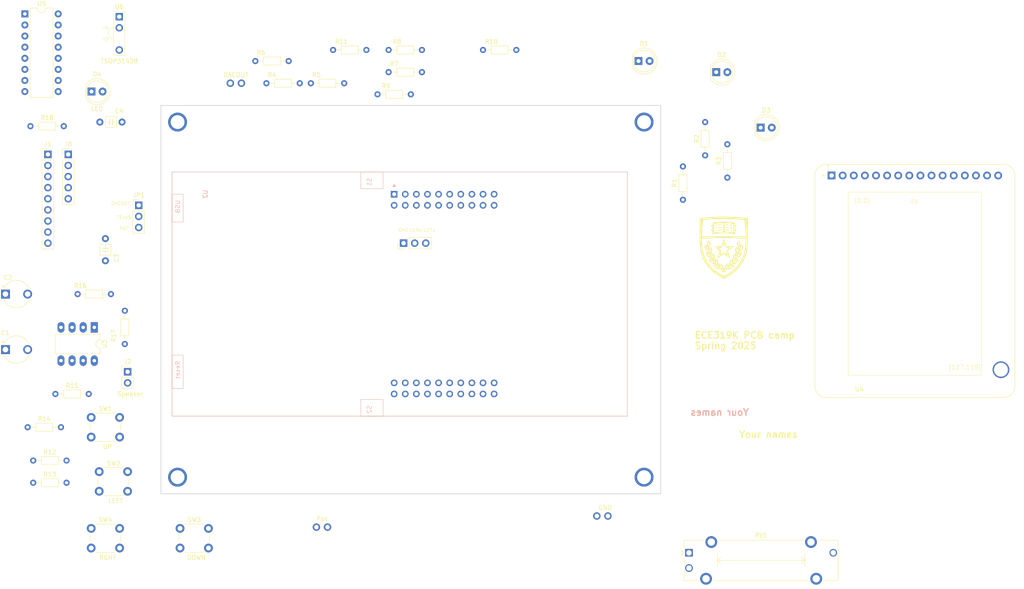
<source format=kicad_pcb>
(kicad_pcb (version 20241229) (generator "pcbnew") (generator_version "9.0")
  (title_block (title "ECE 319K Baseline Project Spring 2025") (date "2025-02-24") (rev "v1.0.1") (company "The University of Texas at Austin"))
  (layers (0 "F.Cu" signal) (2 "B.Cu" signal) (13 "F.Paste" user) (15 "B.Paste" user) (5 "F.SilkS" user "F.Silkscreen") (7 "B.SilkS" user "B.Silkscreen") (1 "F.Mask" user) (3 "B.Mask" user) (25 "Edge.Cuts" user))
  (net 0 "")
  (net 1 "GND")
  (net 2 "+3V3")
  (net 3 "PB9")
  (net 4 "PB15")
  (net 5 "PB8")
  (net 6 "PB7")
  (net 7 "PB6")
  (net 8 "PA13")
  (net 9 "+5V")
  (net 10 "Net-(U3-FC1)")
  (net 11 "Net-(U3-FC2)")
  (net 12 "DACOUT")
  (net 13 "Net-(C3-Pad2)")
  (net 14 "Net-(U6-Gnd)")
  (net 15 "PA25")
  (net 16 "Net-(D1-A)")
  (net 17 "PA8")
  (net 18 "PA26")
  (net 19 "PB24")
  (net 20 "PA27")
  (net 21 "PB2")
  (net 22 "PB3")
  (net 24 "PB12")
  (net 25 "PB17")
  (net 26 "PB0")
  (net 27 "PB16")
  (net 28 "PB19")
  (net 29 "PA22")
  (net 30 "PB18")
  (net 31 "PA18")
  (net 32 "PA24")
  (net 33 "PA17")
  (net 34 "PA16")
  (net 35 "PA15")
  (net 36 "PB4")
  (net 37 "PB1")
  (net 38 "PA28")
  (net 39 "PA31")
  (net 40 "PB20")
  (net 41 "PB13")
  (net 42 "PA10")
  (net 43 "Net-(D2-A)")
  (net 44 "Net-(D3-A)")
  (net 45 "Net-(D4-K)")
  (net 46 "PB23")
  (net 47 "Net-(D4-A)")
  (net 48 "PA11")
  (net 49 "PA12")
  (net 57 "Net-(U3-VO2)")
  (net 58 "Net-(U3-VO1)")
  (net 59 "Net-(R7-Pad1)")
  (net 60 "Net-(U3-VIN)")
  (net 61 "Net-(U4-LED+)")
  (footprint "ECE319K:R_Axial_DIN0204_L3.6mm_D1.6mm_P7.62mm_Horizontal" (layer "F.Cu") (at 90.17 25.4)
    (property "Reference" "R11" (at 1.905 -1.92 0) (layer "F.SilkS"))
    (property "Value" "12k")
    (pad "1" thru_hole circle (at 0 0) (size 1.4 1.4) (drill 0.7) (layers "*.Cu" "*.Mask") (net 12 "DACOUT"))
    (pad "2" thru_hole oval (at 7.62 0) (size 1.4 1.4) (drill 0.7) (layers "*.Cu" "*.Mask") (net 26 "PB0"))
  )
  (footprint "ECE319K:R_Axial_DIN0204_L3.6mm_D1.6mm_P7.62mm_Horizontal" (layer "F.Cu") (at 20.955 42.85)
    (property "Reference" "R18" (at 3.81 -1.92 0) (layer "F.SilkS"))
    (property "Value" "220")
    (pad "1" thru_hole circle (at 0 0) (size 1.4 1.4) (drill 0.7) (layers "*.Cu" "*.Mask") (net 9 "+5V"))
    (pad "2" thru_hole oval (at 7.62 0) (size 1.4 1.4) (drill 0.7) (layers "*.Cu" "*.Mask") (net 47 "Net-(D4-A)"))
  )
  (footprint "ECE319K:Testpoint_1x02_P2.54mm" (layer "F.Cu") (at 86.36 134.62 90)
    (property "Reference" "J4")
    (property "Value" "Pot" (at 1.905 1.275 0) (layer "F.SilkS"))
    (pad "1" thru_hole circle (at 0 0 90) (size 1.7 1.7) (drill 1) (layers "*.Cu" "*.Mask") (net 30 "PB18"))
    (pad "2" thru_hole oval (at 0 2.54 90) (size 1.7 1.7) (drill 1) (layers "*.Cu" "*.Mask") (net 30 "PB18"))
  )
  (footprint "ECE319K:R_Axial_DIN0204_L3.6mm_D1.6mm_P7.62mm_Horizontal" (layer "F.Cu") (at 74.93 33.02)
    (property "Reference" "R4" (at 1.27 -1.92 0) (layer "F.SilkS"))
    (property "Value" "1.5k")
    (pad "1" thru_hole circle (at 0 0) (size 1.4 1.4) (drill 0.7) (layers "*.Cu" "*.Mask") (net 12 "DACOUT"))
    (pad "2" thru_hole oval (at 7.62 0) (size 1.4 1.4) (drill 0.7) (layers "*.Cu" "*.Mask") (net 36 "PB4"))
  )
  (footprint "ECE319K:PinHeader_1x03_P2.54mm_Vertical" (layer "F.Cu") (at 106.295 69.625 90)
    (property "Reference" "J3" (hide yes))
    (property "Value" "UART1")
    (pad "1" thru_hole rect (at 0 0 90) (size 1.7 1.7) (drill 1) (layers "*.Cu" "*.Mask") (net 1 "GND"))
    (pad "2" thru_hole oval (at 0 2.54 90) (size 1.7 1.7) (drill 1) (layers "*.Cu" "*.Mask") (net 17 "PA8"))
    (pad "3" thru_hole oval (at 0 5.08 90) (size 1.7 1.7) (drill 1) (layers "*.Cu" "*.Mask") (net 29 "PA22"))
  )
  (footprint "LOGO" (layer "F.Cu") (at 180.34 71.12)
    (property "Reference" "G***" (hide yes))
    (property "Value" "LOGO" (hide yes))
  )
  (footprint "ECE319K:R_Axial_DIN0204_L3.6mm_D1.6mm_P7.62mm_Horizontal" (layer "F.Cu") (at 72.39 27.94)
    (property "Reference" "R6" (at 1.27 -1.905 0) (layer "F.SilkS"))
    (property "Value" "1.5k")
    (pad "1" thru_hole circle (at 0 0) (size 1.4 1.4) (drill 0.7) (layers "*.Cu" "*.Mask") (net 12 "DACOUT"))
    (pad "2" thru_hole oval (at 7.62 0) (size 1.4 1.4) (drill 0.7) (layers "*.Cu" "*.Mask") (net 22 "PB3"))
  )
  (footprint "ECE319K:DIP-8_W7.62mm_LongPads" (layer "F.Cu") (at 35.56 88.9 -90)
    (property "Reference" "U3" (at 3.81 -2.33 90) (layer "F.SilkS"))
    (property "Value" "MCP34119P")
    (pad "1" thru_hole rect (at 0 0 270) (size 2.4 1.6) (drill 0.8) (layers "*.Cu" "*.Mask"))
    (pad "2" thru_hole oval (at 0 2.54 270) (size 2.4 1.6) (drill 0.8) (layers "*.Cu" "*.Mask") (net 11 "Net-(U3-FC2)"))
    (pad "3" thru_hole oval (at 0 5.08 270) (size 2.4 1.6) (drill 0.8) (layers "*.Cu" "*.Mask") (net 10 "Net-(U3-FC1)"))
    (pad "4" thru_hole oval (at 0 7.62 270) (size 2.4 1.6) (drill 0.8) (layers "*.Cu" "*.Mask") (net 60 "Net-(U3-VIN)"))
    (pad "5" thru_hole oval (at 7.62 7.62 270) (size 2.4 1.6) (drill 0.8) (layers "*.Cu" "*.Mask") (net 58 "Net-(U3-VO1)"))
    (pad "6" thru_hole oval (at 7.62 5.08 270) (size 2.4 1.6) (drill 0.8) (layers "*.Cu" "*.Mask") (net 9 "+5V"))
    (pad "7" thru_hole oval (at 7.62 2.54 270) (size 2.4 1.6) (drill 0.8) (layers "*.Cu" "*.Mask") (net 1 "GND"))
    (pad "8" thru_hole oval (at 7.62 0 270) (size 2.4 1.6) (drill 0.8) (layers "*.Cu" "*.Mask") (net 57 "Net-(U3-VO2)"))
  )
  (footprint "ECE319K:R_Axial_DIN0204_L3.6mm_D1.6mm_P7.62mm_Horizontal" (layer "F.Cu") (at 42.545 92.71 90)
    (property "Reference" "R17" (at 1.905 -2.54 90) (layer "F.SilkS"))
    (property "Value" "10k")
    (pad "1" thru_hole circle (at 0 0 90) (size 1.4 1.4) (drill 0.7) (layers "*.Cu" "*.Mask") (net 60 "Net-(U3-VIN)"))
    (pad "2" thru_hole oval (at 7.62 0 90) (size 1.4 1.4) (drill 0.7) (layers "*.Cu" "*.Mask") (net 13 "Net-(C3-Pad2)"))
  )
  (footprint "ECE319K:SW_PUSH_6mm" (layer "F.Cu") (at 36.68 121.92)
    (property "Reference" "SW2" (at 3.325 -1.905 0) (layer "F.SilkS"))
    (property "Value" "LEFT" (at 3.75 6.7 0) (layer "F.SilkS"))
    (pad "1" thru_hole circle (at 0 0 90) (size 2 2) (drill 1.1) (layers "*.Cu" "*.Mask") (net 46 "PB23"))
    (pad "1" thru_hole circle (at 6.5 0 90) (size 2 2) (drill 1.1) (layers "*.Cu" "*.Mask") (net 46 "PB23"))
    (pad "2" thru_hole circle (at 0 4.5 90) (size 2 2) (drill 1.1) (layers "*.Cu" "*.Mask") (net 2 "+3V3"))
    (pad "2" thru_hole circle (at 6.5 4.5 90) (size 2 2) (drill 1.1) (layers "*.Cu" "*.Mask") (net 2 "+3V3"))
  )
  (footprint "ECE319K:SW_PUSH_6mm" (layer "F.Cu") (at 34.85 109.51)
    (property "Reference" "SW1" (at 3.25 -2 0) (layer "F.SilkS"))
    (property "Value" "UP" (at 3.75 6.7 0) (layer "F.SilkS"))
    (pad "1" thru_hole circle (at 0 0 90) (size 2 2) (drill 1.1) (layers "*.Cu" "*.Mask") (net 19 "PB24"))
    (pad "1" thru_hole circle (at 6.5 0 90) (size 2 2) (drill 1.1) (layers "*.Cu" "*.Mask") (net 19 "PB24"))
    (pad "2" thru_hole circle (at 0 4.5 90) (size 2 2) (drill 1.1) (layers "*.Cu" "*.Mask") (net 2 "+3V3"))
    (pad "2" thru_hole circle (at 6.5 4.5 90) (size 2 2) (drill 1.1) (layers "*.Cu" "*.Mask") (net 2 "+3V3"))
  )
  (footprint "ECE319K:PTA2043pot" (layer "F.Cu") (at 171.565 140.49)
    (property "Reference" "RV1" (at 16.5 -4 0) (layer "F.SilkS"))
    (property "Value" "PTA2043")
    (pad "" np_thru_hole circle (at 3.9 5.95) (size 2.7 2.7) (drill 1.7) (layers "*.Cu" "*.Mask"))
    (pad "" np_thru_hole circle (at 5.1 -2.45) (size 2.7 2.7) (drill 1.7) (layers "*.Cu" "*.Mask"))
    (pad "" np_thru_hole circle (at 27.9 -2.45) (size 2.7 2.7) (drill 1.7) (layers "*.Cu" "*.Mask"))
    (pad "" np_thru_hole circle (at 29.1 5.95) (size 2.7 2.7) (drill 1.7) (layers "*.Cu" "*.Mask"))
    (pad "1" thru_hole rect (at 0 0) (size 1.75 1.75) (drill 1.2) (layers "*.Cu" "*.Mask") (net 1 "GND"))
    (pad "2" thru_hole circle (at 0 3.5) (size 1.75 1.75) (drill 1.2) (layers "*.Cu" "*.Mask") (net 30 "PB18"))
    (pad "3" thru_hole circle (at 33 0) (size 1.75 1.75) (drill 1.2) (layers "*.Cu" "*.Mask") (net 2 "+3V3"))
  )
  (footprint "ECE319K:R_Axial_DIN0204_L3.6mm_D1.6mm_P7.62mm_Horizontal" (layer "F.Cu") (at 124.46 25.4)
    (property "Reference" "R10" (at 1.89 -1.905 0) (layer "F.SilkS"))
    (property "Value" "12k")
    (pad "1" thru_hole circle (at 0 0) (size 1.4 1.4) (drill 0.7) (layers "*.Cu" "*.Mask") (net 12 "DACOUT"))
    (pad "2" thru_hole oval (at 7.62 0) (size 1.4 1.4) (drill 0.7) (layers "*.Cu" "*.Mask") (net 37 "PB1"))
  )
  (footprint "Connector_PinHeader_2.54mm:PinHeader_1x05_P2.54mm_Vertical" (layer "F.Cu") (at 29.6 49.305)
    (property "Reference" "J8" (at 0 -2.33 0) (layer "F.SilkS"))
    (property "Value" "Conn_01x05_Pin")
    (pad "1" thru_hole rect (at 0 0) (size 1.7 1.7) (drill 1) (layers "*.Cu" "*.Mask"))
    (pad "2" thru_hole oval (at 0 2.54) (size 1.7 1.7) (drill 1) (layers "*.Cu" "*.Mask"))
    (pad "3" thru_hole oval (at 0 5.08) (size 1.7 1.7) (drill 1) (layers "*.Cu" "*.Mask"))
    (pad "4" thru_hole oval (at 0 7.62) (size 1.7 1.7) (drill 1) (layers "*.Cu" "*.Mask"))
    (pad "5" thru_hole oval (at 0 10.16) (size 1.7 1.7) (drill 1) (layers "*.Cu" "*.Mask") (net 1 "GND"))
  )
  (footprint "ECE319K:R_Axial_DIN0204_L3.6mm_D1.6mm_P7.62mm_Horizontal" (layer "F.Cu") (at 170.18 59.69 90)
    (property "Reference" "R1" (at 3.81 -1.92 90) (layer "F.SilkS"))
    (property "Value" "470")
    (pad "1" thru_hole circle (at 0 0 90) (size 1.4 1.4) (drill 0.7) (layers "*.Cu" "*.Mask") (net 38 "PA28"))
    (pad "2" thru_hole oval (at 7.62 0 90) (size 1.4 1.4) (drill 0.7) (layers "*.Cu" "*.Mask") (net 16 "Net-(D1-A)"))
  )
  (footprint "ECE319K:Testpoint_1x02_P2.54mm" (layer "F.Cu") (at 66.67 33.02 90)
    (property "Reference" "J7")
    (property "Value" "DACOUT" (at 1.905 1.275 0) (layer "F.SilkS"))
    (pad "1" thru_hole circle (at 0 0 90) (size 1.7 1.7) (drill 1) (layers "*.Cu" "*.Mask") (net 12 "DACOUT"))
    (pad "2" thru_hole oval (at 0 2.54 90) (size 1.7 1.7) (drill 1) (layers "*.Cu" "*.Mask") (net 12 "DACOUT"))
  )
  (footprint "ECE319K:TSOP31438" (layer "F.Cu") (at 41.275 17.78)
    (property "Reference" "U6" (at 0 -2.33 0) (layer "F.SilkS"))
    (property "Value" "TSOP31438" (at 0 10.16 0) (layer "F.SilkS"))
    (pad "1" thru_hole rect (at 0 0) (size 1.7 1.7) (drill 1) (layers "*.Cu" "*.Mask") (net 14 "Net-(U6-Gnd)"))
    (pad "2" thru_hole oval (at 0 2.54) (size 1.7 1.7) (drill 1) (layers "*.Cu" "*.Mask") (net 2 "+3V3"))
    (pad "3" thru_hole oval (at 0 7.62) (size 1.7 1.7) (drill 1) (layers "*.Cu" "*.Mask") (net 29 "PA22"))
  )
  (footprint "ECE319K:C_Axial_200mil" (layer "F.Cu") (at 36.83 41.91)
    (property "Reference" "C4" (at 4.445 -2.54 0) (layer "F.SilkS"))
    (property "Value" "0.1uF")
    (pad "1" thru_hole circle (at 0 0) (size 1.6 1.6) (drill 0.8) (layers "*.Cu" "*.Mask") (net 2 "+3V3"))
    (pad "2" thru_hole oval (at 5.08 0) (size 1.6 1.6) (drill 0.8) (layers "*.Cu" "*.Mask") (net 14 "Net-(U6-Gnd)"))
  )
  (footprint "ECE319H:DIP-16_W7.62mm" (layer "F.Cu") (at 19.685 17.145)
    (property "Reference" "U5" (at 3.81 -2.33 0) (layer "F.SilkS"))
    (property "Value" "ULN2003B")
    (pad "1" thru_hole rect (at 0 0) (size 1.6 1.6) (drill 0.8) (layers "*.Cu" "*.Mask") (net 17 "PA8"))
    (pad "2" thru_hole oval (at 0 2.54) (size 1.6 1.6) (drill 0.8) (layers "*.Cu" "*.Mask"))
    (pad "3" thru_hole oval (at 0 5.08) (size 1.6 1.6) (drill 0.8) (layers "*.Cu" "*.Mask"))
    (pad "4" thru_hole oval (at 0 7.62) (size 1.6 1.6) (drill 0.8) (layers "*.Cu" "*.Mask"))
    (pad "5" thru_hole oval (at 0 10.16) (size 1.6 1.6) (drill 0.8) (layers "*.Cu" "*.Mask"))
    (pad "6" thru_hole oval (at 0 12.7) (size 1.6 1.6) (drill 0.8) (layers "*.Cu" "*.Mask"))
    (pad "7" thru_hole oval (at 0 15.24) (size 1.6 1.6) (drill 0.8) (layers "*.Cu" "*.Mask"))
    (pad "8" thru_hole oval (at 0 17.78) (size 1.6 1.6) (drill 0.8) (layers "*.Cu" "*.Mask") (net 1 "GND"))
    (pad "9" thru_hole oval (at 7.62 17.78) (size 1.6 1.6) (drill 0.8) (layers "*.Cu" "*.Mask"))
    (pad "10" thru_hole oval (at 7.62 15.24) (size 1.6 1.6) (drill 0.8) (layers "*.Cu" "*.Mask"))
    (pad "11" thru_hole oval (at 7.62 12.7) (size 1.6 1.6) (drill 0.8) (layers "*.Cu" "*.Mask"))
    (pad "12" thru_hole oval (at 7.62 10.16) (size 1.6 1.6) (drill 0.8) (layers "*.Cu" "*.Mask"))
    (pad "13" thru_hole oval (at 7.62 7.62) (size 1.6 1.6) (drill 0.8) (layers "*.Cu" "*.Mask"))
    (pad "14" thru_hole oval (at 7.62 5.08) (size 1.6 1.6) (drill 0.8) (layers "*.Cu" "*.Mask"))
    (pad "15" thru_hole oval (at 7.62 2.54) (size 1.6 1.6) (drill 0.8) (layers "*.Cu" "*.Mask"))
    (pad "16" thru_hole oval (at 7.62 0) (size 1.6 1.6) (drill 0.8) (layers "*.Cu" "*.Mask") (net 45 "Net-(D4-K)"))
  )
  (footprint "Connector_PinHeader_2.54mm:PinHeader_1x09_P2.54mm_Vertical" (layer "F.Cu") (at 24.95 49.305)
    (property "Reference" "J1" (at 0 -2.33 0) (layer "F.SilkS"))
    (property "Value" "Conn_01x09_Pin")
    (pad "1" thru_hole rect (at 0 0) (size 1.7 1.7) (drill 1) (layers "*.Cu" "*.Mask") (net 2 "+3V3"))
    (pad "2" thru_hole oval (at 0 2.54) (size 1.7 1.7) (drill 1) (layers "*.Cu" "*.Mask"))
    (pad "3" thru_hole oval (at 0 5.08) (size 1.7 1.7) (drill 1) (layers "*.Cu" "*.Mask") (net 1 "GND"))
    (pad "4" thru_hole oval (at 0 7.62) (size 1.7 1.7) (drill 1) (layers "*.Cu" "*.Mask") (net 33 "PA17"))
    (pad "5" thru_hole oval (at 0 10.16) (size 1.7 1.7) (drill 1) (layers "*.Cu" "*.Mask") (net 31 "PA18"))
    (pad "6" thru_hole oval (at 0 12.7) (size 1.7 1.7) (drill 1) (layers "*.Cu" "*.Mask") (net 1 "GND"))
    (pad "7" thru_hole oval (at 0 15.24) (size 1.7 1.7) (drill 1) (layers "*.Cu" "*.Mask"))
    (pad "8" thru_hole oval (at 0 17.78) (size 1.7 1.7) (drill 1) (layers "*.Cu" "*.Mask") (net 27 "PB16"))
    (pad "9" thru_hole oval (at 0 20.32) (size 1.7 1.7) (drill 1) (layers "*.Cu" "*.Mask") (net 4 "PB15"))
  )
  (footprint "ECE319K:R_Axial_DIN0204_L3.6mm_D1.6mm_P7.62mm_Horizontal" (layer "F.Cu") (at 102.87 25.4)
    (property "Reference" "R8" (at 1.905 -1.905 0) (layer "F.SilkS"))
    (property "Value" "1.5k")
    (pad "1" thru_hole circle (at 0 0) (size 1.4 1.4) (drill 0.7) (layers "*.Cu" "*.Mask") (net 12 "DACOUT"))
    (pad "2" thru_hole oval (at 7.62 0) (size 1.4 1.4) (drill 0.7) (layers "*.Cu" "*.Mask") (net 59 "Net-(R7-Pad1)"))
  )
  (footprint "ECE319K:C_Axial_200mil" (layer "F.Cu") (at 38.1 68.58 -90)
    (property "Reference" "C3" (at 4.445 -2.54 90) (layer "F.SilkS"))
    (property "Value" "0.1uF")
    (pad "1" thru_hole circle (at 0 0 270) (size 1.6 1.6) (drill 0.8) (layers "*.Cu" "*.Mask") (net 12 "DACOUT"))
    (pad "2" thru_hole oval (at 5.08 0 270) (size 1.6 1.6) (drill 0.8) (layers "*.Cu" "*.Mask") (net 13 "Net-(C3-Pad2)"))
  )
  (footprint "ECE319K:MountingHole_4_40" (layer "F.Cu") (at 161.29 41.91)
    (property "Reference" "H2")
    (property "Value" "~")
    (pad "1" thru_hole circle (at 0 0) (size 4.318 4.318) (drill 3.175) (layers "*.Cu" "*.Mask"))
  )
  (footprint "ECE319K:MountingHole_4_40" (layer "F.Cu") (at 161.29 123.19)
    (property "Reference" "H4")
    (property "Value" "~")
    (pad "1" thru_hole circle (at 0 0) (size 4.318 4.318) (drill 3.175) (layers "*.Cu" "*.Mask"))
  )
  (footprint "ECE319K:MountingHole_4_40" (layer "F.Cu") (at 54.61 41.91)
    (property "Reference" "H1")
    (property "Value" "~")
    (pad "1" thru_hole circle (at 0 0) (size 4.318 4.318) (drill 3.175) (layers "*.Cu" "*.Mask"))
  )
  (footprint "ECE319K:R_Axial_DIN0204_L3.6mm_D1.6mm_P7.62mm_Horizontal" (layer "F.Cu") (at 29.21 119.38 180)
    (property "Reference" "R12" (at 3.81 1.905 0) (layer "F.SilkS"))
    (property "Value" "10k")
    (pad "1" thru_hole circle (at 0 0 180) (size 1.4 1.4) (drill 0.7) (layers "*.Cu" "*.Mask") (net 19 "PB24"))
    (pad "2" thru_hole oval (at 7.62 0 180) (size 1.4 1.4) (drill 0.7) (layers "*.Cu" "*.Mask") (net 1 "GND"))
  )
  (footprint "ECE319K:hiletgo_st7735r" (layer "F.Cu") (at 223.225001 78.270526)
    (property "Reference" "U4" (at -12.7 24.765 0) (layer "F.SilkS"))
    (property "Value" "HiLetGo_ST7735R")
    (fp_text user "(127,159)" (at 7.62 20.32 0) (layer "F.SilkS") (effects (font (thickness 0.1)) (justify left bottom)))
    (fp_text user "(0,0)" (at -13.97 -17.78 0) (layer "F.SilkS") (effects (font (thickness 0.1)) (justify left bottom)))
    (fp_text user "Up" (at -1.27 -17.78 0) (layer "F.SilkS") (effects (font (thickness 0.1)) (justify left bottom)))
    (fp_text user "1" (at -20.32 -25.4 0) (layer "F.SilkS") (effects (font (thickness 0.1)) (justify left bottom)))
    (pad "" np_thru_hole circle (at 19.685 20.32 90) (size 3.81 3.81) (drill 3.175) (layers "*.Cu" "*.Mask"))
    (pad "1" thru_hole rect (at -19.05 -24.13 90) (size 1.778 1.778) (drill 1.016) (layers "*.Cu" "*.Mask") (net 1 "GND"))
    (pad "2" thru_hole circle (at -16.51 -24.13 90) (size 1.778 1.778) (drill 1.016) (layers "*.Cu" "*.Mask") (net 61 "Net-(U4-LED+)"))
    (pad "3" thru_hole circle (at -13.97 -24.13 90) (size 1.778 1.778) (drill 1.016) (layers "*.Cu" "*.Mask"))
    (pad "4" thru_hole circle (at -11.43 -24.13 90) (size 1.778 1.778) (drill 1.016) (layers "*.Cu" "*.Mask"))
    (pad "5" thru_hole circle (at -8.89 -24.13 90) (size 1.778 1.778) (drill 1.016) (layers "*.Cu" "*.Mask"))
    (pad "6" thru_hole circle (at -6.35 -24.13 90) (size 1.778 1.778) (drill 1.016) (layers "*.Cu" "*.Mask") (net 41 "PB13"))
    (pad "7" thru_hole circle (at -3.81 -24.13 90) (size 1.778 1.778) (drill 1.016) (layers "*.Cu" "*.Mask") (net 8 "PA13"))
    (pad "8" thru_hole circle (at -1.27 -24.13 90) (size 1.778 1.778) (drill 1.016) (layers "*.Cu" "*.Mask") (net 5 "PB8"))
    (pad "9" thru_hole circle (at 1.27 -24.13 90) (size 1.778 1.778) (drill 1.016) (layers "*.Cu" "*.Mask") (net 3 "PB9"))
    (pad "10" thru_hole circle (at 3.81 -24.13 90) (size 1.778 1.778) (drill 1.016) (layers "*.Cu" "*.Mask") (net 7 "PB6"))
    (pad "11" thru_hole circle (at 6.35 -24.13 90) (size 1.778 1.778) (drill 1.016) (layers "*.Cu" "*.Mask") (net 3 "PB9"))
    (pad "12" thru_hole circle (at 8.89 -24.13 90) (size 1.778 1.778) (drill 1.016) (layers "*.Cu" "*.Mask") (net 6 "PB7"))
    (pad "13" thru_hole circle (at 11.43 -24.13 90) (size 1.778 1.778) (drill 1.016) (layers "*.Cu" "*.Mask") (net 5 "PB8"))
    (pad "14" thru_hole circle (at 13.97 -24.13 90) (size 1.778 1.778) (drill 1.016) (layers "*.Cu" "*.Mask") (net 49 "PA12"))
    (pad "15" thru_hole circle (at 16.51 -24.13 90) (size 1.778 1.778) (drill 1.016) (layers "*.Cu" "*.Mask") (net 61 "Net-(U4-LED+)"))
    (pad "16" thru_hole circle (at 19.05 -24.13 90) (size 1.778 1.778) (drill 1.016) (layers "*.Cu" "*.Mask") (net 1 "GND"))
  )
  (footprint "ECE319K:MountingHole_4_40" (layer "F.Cu") (at 54.61 123.19)
    (property "Reference" "H3")
    (property "Value" "~")
    (pad "1" thru_hole circle (at 0 0) (size 4.318 4.318) (drill 3.175) (layers "*.Cu" "*.Mask"))
  )
  (footprint "ECE319K:CP_Radial_Tantal200mil" (layer "F.Cu") (at 15.24 81.28)
    (property "Reference" "C2" (at 0.595 -3.81 0) (layer "F.SilkS"))
    (property "Value" "4.7uF")
    (pad "1" thru_hole rect (at 0 0) (size 2.032 2.032) (drill 1.27) (layers "*.Cu" "*.Mask") (net 11 "Net-(U3-FC2)"))
    (pad "2" thru_hole circle (at 5.08 0) (size 2.032 2.032) (drill 1.27) (layers "*.Cu" "*.Mask") (net 1 "GND"))
  )
  (footprint "ECE319K:Testpoint_1x02_P2.54mm" (layer "F.Cu") (at 150.49 132.08 90)
    (property "Reference" "J6")
    (property "Value" "GND" (at 1.905 1.91 0) (layer "F.SilkS"))
    (pad "1" thru_hole circle (at 0 0 90) (size 1.7 1.7) (drill 1) (layers "*.Cu" "*.Mask") (net 1 "GND"))
    (pad "2" thru_hole oval (at 0 2.54 90) (size 1.7 1.7) (drill 1) (layers "*.Cu" "*.Mask") (net 1 "GND"))
  )
  (footprint "ECE319K:LED_D5.0mm" (layer "F.Cu") (at 187.96 43.18)
    (property "Reference" "D3" (at 1.27 -3.96 0) (layer "F.SilkS"))
    (property "Value" "LED")
    (pad "1" thru_hole rect (at 0 0) (size 1.8 1.8) (drill 0.9) (layers "*.Cu" "*.Mask") (net 1 "GND"))
    (pad "2" thru_hole circle (at 2.54 0) (size 1.8 1.8) (drill 0.9) (layers "*.Cu" "*.Mask") (net 44 "Net-(D3-A)"))
  )
  (footprint "ECE319K:CP_Radial_Tantal200mil" (layer "F.Cu") (at 15.24 93.98)
    (property "Reference" "C1" (at 0 -3.81 0) (layer "F.SilkS"))
    (property "Value" "1uF")
    (pad "1" thru_hole rect (at 0 0) (size 2.032 2.032) (drill 1.27) (layers "*.Cu" "*.Mask") (net 10 "Net-(U3-FC1)"))
    (pad "2" thru_hole circle (at 5.08 0) (size 2.032 2.032) (drill 1.27) (layers "*.Cu" "*.Mask") (net 1 "GND"))
  )
  (footprint "ECE319K:LED_D5.0mm" (layer "F.Cu") (at 34.92 34.925)
    (property "Reference" "D4" (at 1.27 -3.96 0) (layer "F.SilkS"))
    (property "Value" "LED" (at 1.27 3.96 0) (layer "F.SilkS"))
    (pad "1" thru_hole rect (at 0 0) (size 1.8 1.8) (drill 0.9) (layers "*.Cu" "*.Mask") (net 45 "Net-(D4-K)"))
    (pad "2" thru_hole circle (at 2.54 0) (size 1.8 1.8) (drill 0.9) (layers "*.Cu" "*.Mask") (net 47 "Net-(D4-A)"))
  )
  (footprint "ECE319K:SW_PUSH_6mm" (layer "F.Cu") (at 34.85 134.91)
    (property "Reference" "SW4" (at 3.25 -2 0) (layer "F.SilkS"))
    (property "Value" "RGHT" (at 3.75 6.7 0) (layer "F.SilkS"))
    (pad "1" thru_hole circle (at 0 0 90) (size 2 2) (drill 1.1) (layers "*.Cu" "*.Mask") (net 35 "PA15"))
    (pad "1" thru_hole circle (at 6.5 0 90) (size 2 2) (drill 1.1) (layers "*.Cu" "*.Mask") (net 35 "PA15"))
    (pad "2" thru_hole circle (at 0 4.5 90) (size 2 2) (drill 1.1) (layers "*.Cu" "*.Mask") (net 2 "+3V3"))
    (pad "2" thru_hole circle (at 6.5 4.5 90) (size 2 2) (drill 1.1) (layers "*.Cu" "*.Mask") (net 2 "+3V3"))
  )
  (footprint "ECE319K:R_Axial_DIN0204_L3.6mm_D1.6mm_P7.62mm_Horizontal" (layer "F.Cu") (at 180.34 54.61 90)
    (property "Reference" "R3" (at 3.81 -1.92 90) (layer "F.SilkS"))
    (property "Value" "470")
    (pad "1" thru_hole circle (at 0 0 90) (size 1.4 1.4) (drill 0.7) (layers "*.Cu" "*.Mask") (net 18 "PA26"))
    (pad "2" thru_hole oval (at 7.62 0 90) (size 1.4 1.4) (drill 0.7) (layers "*.Cu" "*.Mask") (net 44 "Net-(D3-A)"))
  )
  (footprint "ECE319K:R_Axial_DIN0204_L3.6mm_D1.6mm_P7.62mm_Horizontal" (layer "F.Cu") (at 29.21 124.46 180)
    (property "Reference" "R13" (at 3.81 1.905 0) (layer "F.SilkS"))
    (property "Value" "10k")
    (pad "1" thru_hole circle (at 0 0 180) (size 1.4 1.4) (drill 0.7) (layers "*.Cu" "*.Mask") (net 46 "PB23"))
    (pad "2" thru_hole oval (at 7.62 0 180) (size 1.4 1.4) (drill 0.7) (layers "*.Cu" "*.Mask") (net 1 "GND"))
  )
  (footprint "ECE319K:R_Axial_DIN0204_L3.6mm_D1.6mm_P7.62mm_Horizontal" (layer "F.Cu") (at 175.26 49.53 90)
    (property "Reference" "R2" (at 3.81 -1.92 90) (layer "F.SilkS"))
    (property "Value" "470")
    (pad "1" thru_hole circle (at 0 0 90) (size 1.4 1.4) (drill 0.7) (layers "*.Cu" "*.Mask") (net 20 "PA27"))
    (pad "2" thru_hole oval (at 7.62 0 90) (size 1.4 1.4) (drill 0.7) (layers "*.Cu" "*.Mask") (net 43 "Net-(D2-A)"))
  )
  (footprint "ECE319K:R_Axial_DIN0204_L3.6mm_D1.6mm_P7.62mm_Horizontal" (layer "F.Cu") (at 31.75 81.28)
    (property "Reference" "R16" (at 0.635 -1.92 0) (layer "F.SilkS"))
    (property "Value" "20k")
    (pad "1" thru_hole circle (at 0 0) (size 1.4 1.4) (drill 0.7) (layers "*.Cu" "*.Mask") (net 58 "Net-(U3-VO1)"))
    (pad "2" thru_hole oval (at 7.62 0) (size 1.4 1.4) (drill 0.7) (layers "*.Cu" "*.Mask") (net 60 "Net-(U3-VIN)"))
  )
  (footprint "ECE319K:R_Axial_DIN0204_L3.6mm_D1.6mm_P7.62mm_Horizontal" (layer "F.Cu") (at 34.29 104.14 180)
    (property "Reference" "R15" (at 3.81 1.905 0) (layer "F.SilkS"))
    (property "Value" "10k")
    (pad "1" thru_hole circle (at 0 0 180) (size 1.4 1.4) (drill 0.7) (layers "*.Cu" "*.Mask") (net 35 "PA15"))
    (pad "2" thru_hole oval (at 7.62 0 180) (size 1.4 1.4) (drill 0.7) (layers "*.Cu" "*.Mask") (net 1 "GND"))
  )
  (footprint "ECE319K:R_Axial_DIN0204_L3.6mm_D1.6mm_P7.62mm_Horizontal" (layer "F.Cu") (at 100.33 35.56)
    (property "Reference" "R9" (at 1.905 -1.92 0) (layer "F.SilkS"))
    (property "Value" "12k")
    (pad "1" thru_hole circle (at 0 0) (size 1.4 1.4) (drill 0.7) (layers "*.Cu" "*.Mask") (net 12 "DACOUT"))
    (pad "2" thru_hole oval (at 7.62 0) (size 1.4 1.4) (drill 0.7) (layers "*.Cu" "*.Mask") (net 37 "PB1"))
  )
  (footprint "ECE319K:R_Axial_DIN0204_L3.6mm_D1.6mm_P7.62mm_Horizontal" (layer "F.Cu") (at 27.94 111.76 180)
    (property "Reference" "R14" (at 3.81 1.905 0) (layer "F.SilkS"))
    (property "Value" "10k")
    (pad "1" thru_hole circle (at 0 0 180) (size 1.4 1.4) (drill 0.7) (layers "*.Cu" "*.Mask") (net 34 "PA16"))
    (pad "2" thru_hole oval (at 7.62 0 180) (size 1.4 1.4) (drill 0.7) (layers "*.Cu" "*.Mask") (net 1 "GND"))
  )
  (footprint "ECE319K:SW_PUSH_6mm" (layer "F.Cu") (at 55.17 134.91)
    (property "Reference" "SW3" (at 3.25 -2 0) (layer "F.SilkS"))
    (property "Value" "DOWN" (at 3.75 6.7 0) (layer "F.SilkS"))
    (pad "1" thru_hole circle (at 0 0 90) (size 2 2) (drill 1.1) (layers "*.Cu" "*.Mask") (net 34 "PA16"))
    (pad "1" thru_hole circle (at 6.5 0 90) (size 2 2) (drill 1.1) (layers "*.Cu" "*.Mask") (net 34 "PA16"))
    (pad "2" thru_hole circle (at 0 4.5 90) (size 2 2) (drill 1.1) (layers "*.Cu" "*.Mask") (net 2 "+3V3"))
    (pad "2" thru_hole circle (at 6.5 4.5 90) (size 2 2) (drill 1.1) (layers "*.Cu" "*.Mask") (net 2 "+3V3"))
  )
  (footprint "ECE319K:R_Axial_DIN0204_L3.6mm_D1.6mm_P7.62mm_Horizontal" (layer "F.Cu") (at 85.09 33.02)
    (property "Reference" "R5" (at 1.27 -1.905 0) (layer "F.SilkS"))
    (property "Value" "1.5k")
    (pad "1" thru_hole circle (at 0 0) (size 1.4 1.4) (drill 0.7) (layers "*.Cu" "*.Mask") (net 12 "DACOUT"))
    (pad "2" thru_hole oval (at 7.62 0) (size 1.4 1.4) (drill 0.7) (layers "*.Cu" "*.Mask") (net 36 "PB4"))
  )
  (footprint "ECE319K:R_Axial_DIN0204_L3.6mm_D1.6mm_P7.62mm_Horizontal" (layer "F.Cu") (at 102.87 30.48)
    (property "Reference" "R7" (at 1.27 -1.905 0) (layer "F.SilkS"))
    (property "Value" "1.5k")
    (pad "1" thru_hole circle (at 0 0) (size 1.4 1.4) (drill 0.7) (layers "*.Cu" "*.Mask") (net 59 "Net-(R7-Pad1)"))
    (pad "2" thru_hole oval (at 7.62 0) (size 1.4 1.4) (drill 0.7) (layers "*.Cu" "*.Mask") (net 21 "PB2"))
  )
  (footprint "ECE319K:PinHeader_1x02_P2.54mm_Vertical" (layer "F.Cu") (at 43.18 99.06)
    (property "Reference" "J2" (at 0 -2.33 0) (layer "F.SilkS"))
    (property "Value" "Speaker" (at 0.635 5.08 0) (layer "F.SilkS"))
    (pad "1" thru_hole rect (at 0 0) (size 1.7 1.7) (drill 1) (layers "*.Cu" "*.Mask") (net 58 "Net-(U3-VO1)"))
    (pad "2" thru_hole oval (at 0 2.54) (size 1.7 1.7) (drill 1) (layers "*.Cu" "*.Mask") (net 57 "Net-(U3-VO2)"))
  )
  (footprint "ECE319K:LED_D5.0mm" (layer "F.Cu") (at 160.02 27.94)
    (property "Reference" "D1" (at 1.27 -3.96 0) (layer "F.SilkS"))
    (property "Value" "LED")
    (pad "1" thru_hole rect (at 0 0) (size 1.8 1.8) (drill 0.9) (layers "*.Cu" "*.Mask") (net 1 "GND"))
    (pad "2" thru_hole circle (at 2.54 0) (size 1.8 1.8) (drill 0.9) (layers "*.Cu" "*.Mask") (net 16 "Net-(D1-A)"))
  )
  (footprint "ECE319K:PinHeader_1x03_P2.54mm_Vertical" (layer "F.Cu") (at 45.72 60.96)
    (property "Reference" "JP1" (at 0 -2.33 0) (layer "F.SilkS"))
    (property "Value" "TExaS")
    (pad "1" thru_hole rect (at 0 0) (size 1.7 1.7) (drill 1) (layers "*.Cu" "*.Mask") (net 12 "DACOUT"))
    (pad "2" thru_hole oval (at 0 2.54) (size 1.7 1.7) (drill 1) (layers "*.Cu" "*.Mask") (net 40 "PB20"))
    (pad "3" thru_hole oval (at 0 5.08) (size 1.7 1.7) (drill 1) (layers "*.Cu" "*.Mask") (net 30 "PB18"))
  )
  (footprint "ECE319K:LED_D5.0mm" (layer "F.Cu") (at 177.8 30.48)
    (property "Reference" "D2" (at 1.27 -3.96 0) (layer "F.SilkS"))
    (property "Value" "LED")
    (pad "1" thru_hole rect (at 0 0) (size 1.8 1.8) (drill 0.9) (layers "*.Cu" "*.Mask") (net 1 "GND"))
    (pad "2" thru_hole circle (at 2.54 0) (size 1.8 1.8) (drill 0.9) (layers "*.Cu" "*.Mask") (net 43 "Net-(D2-A)"))
  )
  (footprint "ECE319K:ti_LP_MSPM0G3507" (layer "B.Cu") (at 106.68 81.28 -90)
    (property "Reference" "U2" (at -22.86 45.72 90) (layer "B.SilkS") (effects (justify mirror)))
    (property "Value" "LP-MSPM0G3507")
    (fp_text user "S1" (at -26.67 7.62 90) (layer "B.SilkS") (effects (font (thickness 0.1)) (justify left bottom mirror)))
    (fp_text user "USB" (at -21.59 51.435 90) (layer "B.SilkS") (effects (font (thickness 0.1)) (justify left bottom mirror)))
    (fp_text user "S2" (at 25.4 7.62 90) (layer "B.SilkS") (effects (font (thickness 0.1)) (justify left bottom mirror)))
    (fp_text user "Reset" (at 15.24 51.435 90) (layer "B.SilkS") (effects (font (thickness 0.1)) (justify left bottom mirror)))
    (pad "J1_1" thru_hole rect (at -22.86 2.54 270) (size 1.52 1.52) (drill 0.89) (layers "*.Cu" "*.Mask") (net 2 "+3V3"))
    (pad "J1_2" thru_hole circle (at -22.86 0 270) (size 1.52 1.52) (drill 0.89) (layers "*.Cu" "*.Mask") (net 15 "PA25"))
    (pad "J1_3" thru_hole circle (at -22.86 -2.54 270) (size 1.52 1.52) (drill 0.89) (layers "*.Cu" "*.Mask") (net 46 "PB23"))
    (pad "J1_4" thru_hole circle (at -22.86 -5.08 270) (size 1.52 1.52) (drill 0.89) (layers "*.Cu" "*.Mask") (net 17 "PA8"))
    (pad "J1_5" thru_hole circle (at -22.86 -7.62 270) (size 1.52 1.52) (drill 0.89) (layers "*.Cu" "*.Mask") (net 18 "PA26"))
    (pad "J1_6" thru_hole circle (at -22.86 -10.16 270) (size 1.52 1.52) (drill 0.89) (layers "*.Cu" "*.Mask") (net 19 "PB24"))
    (pad "J1_7" thru_hole circle (at -22.86 -12.7 270) (size 1.52 1.52) (drill 0.89) (layers "*.Cu" "*.Mask") (net 3 "PB9"))
    (pad "J1_8" thru_hole circle (at -22.86 -15.24 270) (size 1.52 1.52) (drill 0.89) (layers "*.Cu" "*.Mask") (net 20 "PA27"))
    (pad "J1_9" thru_hole circle (at -22.86 -17.78 270) (size 1.52 1.52) (drill 0.89) (layers "*.Cu" "*.Mask") (net 21 "PB2"))
    (pad "J1_10" thru_hole circle (at -22.86 -20.32 270) (size 1.52 1.52) (drill 0.89) (layers "*.Cu" "*.Mask") (net 22 "PB3"))
    (pad "J2_1" thru_hole circle (at 22.86 2.54 270) (size 1.52 1.52) (drill 0.89) (layers "*.Cu" "*.Mask") (net 1 "GND"))
    (pad "J2_2" thru_hole circle (at 22.86 0 270) (size 1.52 1.52) (drill 0.89) (layers "*.Cu" "*.Mask") (net 24 "PB12"))
    (pad "J2_3" thru_hole circle (at 22.86 -2.54 270) (size 1.52 1.52) (drill 0.89) (layers "*.Cu" "*.Mask") (net 25 "PB17"))
    (pad "J2_4" thru_hole circle (at 22.86 -5.08 270) (size 1.52 1.52) (drill 0.89) (layers "*.Cu" "*.Mask") (net 4 "PB15"))
    (pad "J2_5" thru_hole circle (at 22.86 -7.62 270) (size 1.52 1.52) (drill 0.89) (layers "*.Cu" "*.Mask"))
    (pad "J2_6" thru_hole circle (at 22.86 -10.16 270) (size 1.52 1.52) (drill 0.89) (layers "*.Cu" "*.Mask") (net 5 "PB8"))
    (pad "J2_7" thru_hole circle (at 22.86 -12.7 270) (size 1.52 1.52) (drill 0.89) (layers "*.Cu" "*.Mask") (net 6 "PB7"))
    (pad "J2_8" thru_hole circle (at 22.86 -15.24 270) (size 1.52 1.52) (drill 0.89) (layers "*.Cu" "*.Mask") (net 7 "PB6"))
    (pad "J2_9" thru_hole circle (at 22.86 -17.78 270) (size 1.52 1.52) (drill 0.89) (layers "*.Cu" "*.Mask") (net 26 "PB0"))
    (pad "J2_10" thru_hole circle (at 22.86 -20.32 270) (size 1.52 1.52) (drill 0.89) (layers "*.Cu" "*.Mask") (net 27 "PB16"))
    (pad "J3_1" thru_hole circle (at -20.32 2.54 270) (size 1.52 1.52) (drill 0.89) (layers "*.Cu" "*.Mask") (net 9 "+5V"))
    (pad "J3_2" thru_hole circle (at -20.32 0 270) (size 1.52 1.52) (drill 0.89) (layers "*.Cu" "*.Mask") (net 1 "GND"))
    (pad "J3_3" thru_hole circle (at -20.32 -2.54 270) (size 1.52 1.52) (drill 0.89) (layers "*.Cu" "*.Mask") (net 28 "PB19"))
    (pad "J3_4" thru_hole circle (at -20.32 -5.08 270) (size 1.52 1.52) (drill 0.89) (layers "*.Cu" "*.Mask") (net 29 "PA22"))
    (pad "J3_5" thru_hole circle (at -20.32 -7.62 270) (size 1.52 1.52) (drill 0.89) (layers "*.Cu" "*.Mask") (net 30 "PB18"))
    (pad "J3_6" thru_hole circle (at -20.32 -10.16 270) (size 1.52 1.52) (drill 0.89) (layers "*.Cu" "*.Mask") (net 31 "PA18"))
    (pad "J3_7" thru_hole circle (at -20.32 -12.7 270) (size 1.52 1.52) (drill 0.89) (layers "*.Cu" "*.Mask") (net 32 "PA24"))
    (pad "J3_8" thru_hole circle (at -20.32 -15.24 270) (size 1.52 1.52) (drill 0.89) (layers "*.Cu" "*.Mask") (net 33 "PA17"))
    (pad "J3_9" thru_hole circle (at -20.32 -17.78 270) (size 1.52 1.52) (drill 0.89) (layers "*.Cu" "*.Mask") (net 34 "PA16"))
    (pad "J3_10" thru_hole circle (at -20.32 -20.32 270) (size 1.52 1.52) (drill 0.89) (layers "*.Cu" "*.Mask") (net 35 "PA15"))
    (pad "J4_1" thru_hole circle (at 20.32 2.54 270) (size 1.52 1.52) (drill 0.89) (layers "*.Cu" "*.Mask") (net 36 "PB4"))
    (pad "J4_2" thru_hole circle (at 20.32 0 270) (size 1.52 1.52) (drill 0.89) (layers "*.Cu" "*.Mask") (net 37 "PB1"))
    (pad "J4_3" thru_hole circle (at 20.32 -2.54 270) (size 1.52 1.52) (drill 0.89) (layers "*.Cu" "*.Mask") (net 38 "PA28"))
    (pad "J4_4" thru_hole circle (at 20.32 -5.08 270) (size 1.52 1.52) (drill 0.89) (layers "*.Cu" "*.Mask") (net 39 "PA31"))
    (pad "J4_5" thru_hole circle (at 20.32 -7.62 270) (size 1.52 1.52) (drill 0.89) (layers "*.Cu" "*.Mask") (net 40 "PB20"))
    (pad "J4_6" thru_hole circle (at 20.32 -10.16 270) (size 1.52 1.52) (drill 0.89) (layers "*.Cu" "*.Mask") (net 41 "PB13"))
    (pad "J4_7" thru_hole circle (at 20.32 -12.7 270) (size 1.52 1.52) (drill 0.89) (layers "*.Cu" "*.Mask") (net 42 "PA10"))
    (pad "J4_8" thru_hole circle (at 20.32 -15.24 270) (size 1.52 1.52) (drill 0.89) (layers "*.Cu" "*.Mask") (net 48 "PA11"))
    (pad "J4_9" thru_hole circle (at 20.32 -17.78 270) (size 1.52 1.52) (drill 0.89) (layers "*.Cu" "*.Mask") (net 49 "PA12"))
    (pad "J4_10" thru_hole circle (at 20.32 -20.32 270) (size 1.52 1.52) (drill 0.89) (layers "*.Cu" "*.Mask") (net 8 "PA13"))
  )
  (gr_rect (start 50.8 38.1) (end 165.1 127) (stroke (width 0.15)) (fill no) (layer "Edge.Cuts"))
  (gr_text "U1Rx" (at 107.55 67.085 0) (layer "F.SilkS") (effects (font (size 0.762 0.762) (thickness 0.1016)) (justify left bottom)))
  (gr_text "GND" (at 105.01 67.085 0) (layer "F.SilkS") (effects (font (size 0.762 0.762) (thickness 0.1016)) (justify left bottom)))
  (gr_text "Your names" (at 182.88 114.3 0) (layer "F.SilkS") (effects (font (size 1.5 1.5) (thickness 0.3) (bold yes)) (justify left bottom)))
  (gr_text "POT" (at 41.275 66.675 0) (layer "F.SilkS") (effects (font (size 0.762 0.762) (thickness 0.1016)) (justify left bottom)))
  (gr_text "U1Tx" (at 110.725 67.085 0) (layer "F.SilkS") (effects (font (size 0.762 0.762) (thickness 0.1016)) (justify left bottom)))
  (gr_text "ECE319K PCB camp \nSpring 2025" (at 172.72 93.98 0) (layer "F.SilkS") (effects (font (size 1.5 1.5) (thickness 0.3) (bold yes)) (justify left bottom)))
  (gr_text "DACOUT" (at 39.37 60.96 0) (layer "F.SilkS") (effects (font (size 0.762 0.762) (thickness 0.1016)) (justify left bottom)))
  (gr_text "TExaS" (at 40.64 64.135 0) (layer "F.SilkS") (effects (font (size 0.762 0.762) (thickness 0.1016)) (justify left bottom)))
  (gr_text "Your names\n" (at 185.42 109.22 0) (layer "B.SilkS") (effects (font (size 1.5 1.5) (thickness 0.3) (bold yes)) (justify left bottom mirror)))
)
</source>
